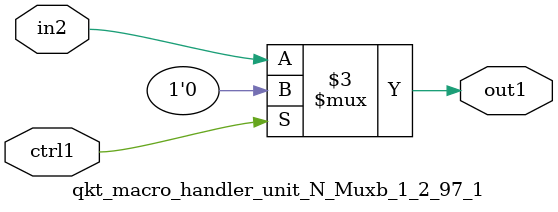
<source format=v>

`timescale 1ps / 1ps


module qkt_macro_handler_unit_N_Muxb_1_2_97_1( in2, ctrl1, out1 );

    input in2;
    input ctrl1;
    output out1;
    reg out1;

    
    // rtl_process:qkt_macro_handler_unit_N_Muxb_1_2_97_1/qkt_macro_handler_unit_N_Muxb_1_2_97_1_thread_1
    always @*
      begin : qkt_macro_handler_unit_N_Muxb_1_2_97_1_thread_1
        case (ctrl1) 
          1'b1: 
            begin
              out1 = 1'b0;
            end
          default: 
            begin
              out1 = in2;
            end
        endcase
      end

endmodule


</source>
